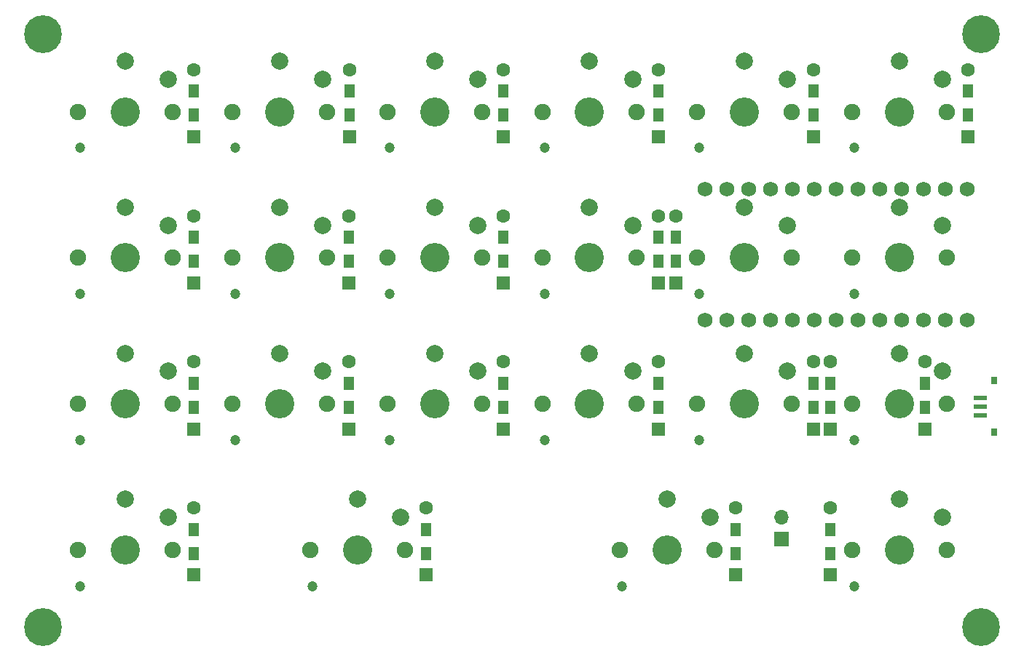
<source format=gbr>
G04 #@! TF.GenerationSoftware,KiCad,Pcbnew,(5.1.4)-1*
G04 #@! TF.CreationDate,2020-12-10T17:36:51-06:00*
G04 #@! TF.ProjectId,tenjuepad,74656e6a-7565-4706-9164-2e6b69636164,rev?*
G04 #@! TF.SameCoordinates,Original*
G04 #@! TF.FileFunction,Soldermask,Bot*
G04 #@! TF.FilePolarity,Negative*
%FSLAX46Y46*%
G04 Gerber Fmt 4.6, Leading zero omitted, Abs format (unit mm)*
G04 Created by KiCad (PCBNEW (5.1.4)-1) date 2020-12-10 17:36:51*
%MOMM*%
%LPD*%
G04 APERTURE LIST*
%ADD10C,1.752600*%
%ADD11O,1.700000X1.700000*%
%ADD12R,1.700000X1.700000*%
%ADD13R,0.700000X0.900000*%
%ADD14R,1.610000X0.600000*%
%ADD15C,0.700000*%
%ADD16C,4.400000*%
%ADD17C,1.200000*%
%ADD18C,1.900000*%
%ADD19C,2.000000*%
%ADD20C,3.400000*%
%ADD21R,1.600000X1.600000*%
%ADD22C,1.600000*%
%ADD23R,1.200000X1.600000*%
G04 APERTURE END LIST*
D10*
X297910000Y-178270000D03*
X297910000Y-163030000D03*
X295370000Y-163030000D03*
X267430000Y-178270000D03*
X292830000Y-163030000D03*
X290290000Y-163030000D03*
X287750000Y-163030000D03*
X285210000Y-163030000D03*
X282670000Y-163030000D03*
X280130000Y-163030000D03*
X277590000Y-163030000D03*
X275050000Y-163030000D03*
X272510000Y-163030000D03*
X269970000Y-163030000D03*
X267430000Y-163030000D03*
X269970000Y-178270000D03*
X272510000Y-178270000D03*
X275050000Y-178270000D03*
X277590000Y-178270000D03*
X280130000Y-178270000D03*
X282670000Y-178270000D03*
X285210000Y-178270000D03*
X287750000Y-178270000D03*
X290290000Y-178270000D03*
X292830000Y-178270000D03*
X295370000Y-178270000D03*
D11*
X276352000Y-201168000D03*
D12*
X276352000Y-203708000D03*
D13*
X301000000Y-191300000D03*
X301000000Y-185300000D03*
D14*
X299390000Y-189300000D03*
X299390000Y-188300000D03*
X299390000Y-187300000D03*
D15*
X191666726Y-143833274D03*
X190500000Y-143350000D03*
X189333274Y-143833274D03*
X188850000Y-145000000D03*
X189333274Y-146166726D03*
X190500000Y-146650000D03*
X191666726Y-146166726D03*
X192150000Y-145000000D03*
D16*
X190500000Y-145000000D03*
D15*
X191666726Y-212833274D03*
X190500000Y-212350000D03*
X189333274Y-212833274D03*
X188850000Y-214000000D03*
X189333274Y-215166726D03*
X190500000Y-215650000D03*
X191666726Y-215166726D03*
X192150000Y-214000000D03*
D16*
X190500000Y-214000000D03*
D15*
X300666726Y-212833274D03*
X299500000Y-212350000D03*
X298333274Y-212833274D03*
X297850000Y-214000000D03*
X298333274Y-215166726D03*
X299500000Y-215650000D03*
X300666726Y-215166726D03*
X301150000Y-214000000D03*
D16*
X299500000Y-214000000D03*
D15*
X300666726Y-143833274D03*
X299500000Y-143350000D03*
X298333274Y-143833274D03*
X297850000Y-145000000D03*
X298333274Y-146166726D03*
X299500000Y-146650000D03*
X300666726Y-146166726D03*
X301150000Y-145000000D03*
D16*
X299500000Y-145000000D03*
D17*
X284780000Y-209200000D03*
D18*
X295500000Y-205000000D03*
X284500000Y-205000000D03*
D19*
X295000000Y-201200000D03*
D20*
X290000000Y-205000000D03*
D19*
X290000000Y-199100000D03*
D17*
X257780000Y-209200000D03*
D18*
X268500000Y-205000000D03*
X257500000Y-205000000D03*
D19*
X268000000Y-201200000D03*
D20*
X263000000Y-205000000D03*
D19*
X263000000Y-199100000D03*
D17*
X221780000Y-209200000D03*
D18*
X232500000Y-205000000D03*
X221500000Y-205000000D03*
D19*
X232000000Y-201200000D03*
D20*
X227000000Y-205000000D03*
D19*
X227000000Y-199100000D03*
D17*
X194780000Y-209200000D03*
D18*
X205500000Y-205000000D03*
X194500000Y-205000000D03*
D19*
X205000000Y-201200000D03*
D20*
X200000000Y-205000000D03*
D19*
X200000000Y-199100000D03*
D17*
X284780000Y-192200000D03*
D18*
X295500000Y-188000000D03*
X284500000Y-188000000D03*
D19*
X295000000Y-184200000D03*
D20*
X290000000Y-188000000D03*
D19*
X290000000Y-182100000D03*
D17*
X266780000Y-192200000D03*
D18*
X277500000Y-188000000D03*
X266500000Y-188000000D03*
D19*
X277000000Y-184200000D03*
D20*
X272000000Y-188000000D03*
D19*
X272000000Y-182100000D03*
D17*
X248780000Y-192200000D03*
D18*
X259500000Y-188000000D03*
X248500000Y-188000000D03*
D19*
X259000000Y-184200000D03*
D20*
X254000000Y-188000000D03*
D19*
X254000000Y-182100000D03*
D17*
X230780000Y-192200000D03*
D18*
X241500000Y-188000000D03*
X230500000Y-188000000D03*
D19*
X241000000Y-184200000D03*
D20*
X236000000Y-188000000D03*
D19*
X236000000Y-182100000D03*
D17*
X212780000Y-192200000D03*
D18*
X223500000Y-188000000D03*
X212500000Y-188000000D03*
D19*
X223000000Y-184200000D03*
D20*
X218000000Y-188000000D03*
D19*
X218000000Y-182100000D03*
D17*
X194780000Y-192200000D03*
D18*
X205500000Y-188000000D03*
X194500000Y-188000000D03*
D19*
X205000000Y-184200000D03*
D20*
X200000000Y-188000000D03*
D19*
X200000000Y-182100000D03*
D17*
X284780000Y-175200000D03*
D18*
X295500000Y-171000000D03*
X284500000Y-171000000D03*
D19*
X295000000Y-167200000D03*
D20*
X290000000Y-171000000D03*
D19*
X290000000Y-165100000D03*
D17*
X266780000Y-175200000D03*
D18*
X277500000Y-171000000D03*
X266500000Y-171000000D03*
D19*
X277000000Y-167200000D03*
D20*
X272000000Y-171000000D03*
D19*
X272000000Y-165100000D03*
D17*
X248780000Y-175200000D03*
D18*
X259500000Y-171000000D03*
X248500000Y-171000000D03*
D19*
X259000000Y-167200000D03*
D20*
X254000000Y-171000000D03*
D19*
X254000000Y-165100000D03*
D17*
X230780000Y-175200000D03*
D18*
X241500000Y-171000000D03*
X230500000Y-171000000D03*
D19*
X241000000Y-167200000D03*
D20*
X236000000Y-171000000D03*
D19*
X236000000Y-165100000D03*
D17*
X212780000Y-175200000D03*
D18*
X223500000Y-171000000D03*
X212500000Y-171000000D03*
D19*
X223000000Y-167200000D03*
D20*
X218000000Y-171000000D03*
D19*
X218000000Y-165100000D03*
D17*
X194780000Y-175200000D03*
D18*
X205500000Y-171000000D03*
X194500000Y-171000000D03*
D19*
X205000000Y-167200000D03*
D20*
X200000000Y-171000000D03*
D19*
X200000000Y-165100000D03*
D17*
X284780000Y-158200000D03*
D18*
X295500000Y-154000000D03*
X284500000Y-154000000D03*
D19*
X295000000Y-150200000D03*
D20*
X290000000Y-154000000D03*
D19*
X290000000Y-148100000D03*
D17*
X266780000Y-158200000D03*
D18*
X277500000Y-154000000D03*
X266500000Y-154000000D03*
D19*
X277000000Y-150200000D03*
D20*
X272000000Y-154000000D03*
D19*
X272000000Y-148100000D03*
D17*
X248780000Y-158200000D03*
D18*
X259500000Y-154000000D03*
X248500000Y-154000000D03*
D19*
X259000000Y-150200000D03*
D20*
X254000000Y-154000000D03*
D19*
X254000000Y-148100000D03*
D17*
X230780000Y-158200000D03*
D18*
X241500000Y-154000000D03*
X230500000Y-154000000D03*
D19*
X241000000Y-150200000D03*
D20*
X236000000Y-154000000D03*
D19*
X236000000Y-148100000D03*
D17*
X212780000Y-158200000D03*
D18*
X223500000Y-154000000D03*
X212500000Y-154000000D03*
D19*
X223000000Y-150200000D03*
D20*
X218000000Y-154000000D03*
D19*
X218000000Y-148100000D03*
D17*
X194780000Y-158200000D03*
D18*
X205500000Y-154000000D03*
X194500000Y-154000000D03*
D19*
X205000000Y-150200000D03*
D20*
X200000000Y-154000000D03*
D19*
X200000000Y-148100000D03*
D21*
X282000000Y-207900000D03*
D22*
X282000000Y-200100000D03*
D23*
X282000000Y-205400000D03*
X282000000Y-202600000D03*
D21*
X271000000Y-207900000D03*
D22*
X271000000Y-200100000D03*
D23*
X271000000Y-205400000D03*
X271000000Y-202600000D03*
D21*
X235000000Y-207900000D03*
D22*
X235000000Y-200100000D03*
D23*
X235000000Y-205400000D03*
X235000000Y-202600000D03*
D21*
X208000000Y-207900000D03*
D22*
X208000000Y-200100000D03*
D23*
X208000000Y-205400000D03*
X208000000Y-202600000D03*
D21*
X282000000Y-190900000D03*
D22*
X282000000Y-183100000D03*
D23*
X282000000Y-188400000D03*
X282000000Y-185600000D03*
D21*
X280000000Y-190900000D03*
D22*
X280000000Y-183100000D03*
D23*
X280000000Y-188400000D03*
X280000000Y-185600000D03*
D21*
X262000000Y-190900000D03*
D22*
X262000000Y-183100000D03*
D23*
X262000000Y-188400000D03*
X262000000Y-185600000D03*
D21*
X244000000Y-190900000D03*
D22*
X244000000Y-183100000D03*
D23*
X244000000Y-188400000D03*
X244000000Y-185600000D03*
D21*
X226000000Y-190900000D03*
D22*
X226000000Y-183100000D03*
D23*
X226000000Y-188400000D03*
X226000000Y-185600000D03*
D21*
X208000000Y-190900000D03*
D22*
X208000000Y-183100000D03*
D23*
X208000000Y-188400000D03*
X208000000Y-185600000D03*
D21*
X293000000Y-190900000D03*
D22*
X293000000Y-183100000D03*
D23*
X293000000Y-188400000D03*
X293000000Y-185600000D03*
D21*
X264000000Y-173900000D03*
D22*
X264000000Y-166100000D03*
D23*
X264000000Y-171400000D03*
X264000000Y-168600000D03*
D21*
X262000000Y-173900000D03*
D22*
X262000000Y-166100000D03*
D23*
X262000000Y-171400000D03*
X262000000Y-168600000D03*
D21*
X244000000Y-173900000D03*
D22*
X244000000Y-166100000D03*
D23*
X244000000Y-171400000D03*
X244000000Y-168600000D03*
D21*
X226000000Y-173900000D03*
D22*
X226000000Y-166100000D03*
D23*
X226000000Y-171400000D03*
X226000000Y-168600000D03*
D21*
X208000000Y-173900000D03*
D22*
X208000000Y-166100000D03*
D23*
X208000000Y-171400000D03*
X208000000Y-168600000D03*
D21*
X298000000Y-156900000D03*
D22*
X298000000Y-149100000D03*
D23*
X298000000Y-154400000D03*
X298000000Y-151600000D03*
D21*
X280000000Y-156900000D03*
D22*
X280000000Y-149100000D03*
D23*
X280000000Y-154400000D03*
X280000000Y-151600000D03*
D21*
X262000000Y-156900000D03*
D22*
X262000000Y-149100000D03*
D23*
X262000000Y-154400000D03*
X262000000Y-151600000D03*
D21*
X244000000Y-156900000D03*
D22*
X244000000Y-149100000D03*
D23*
X244000000Y-154400000D03*
X244000000Y-151600000D03*
D21*
X226100000Y-156900000D03*
D22*
X226100000Y-149100000D03*
D23*
X226100000Y-154400000D03*
X226100000Y-151600000D03*
D21*
X208000000Y-156900000D03*
D22*
X208000000Y-149100000D03*
D23*
X208000000Y-154400000D03*
X208000000Y-151600000D03*
M02*

</source>
